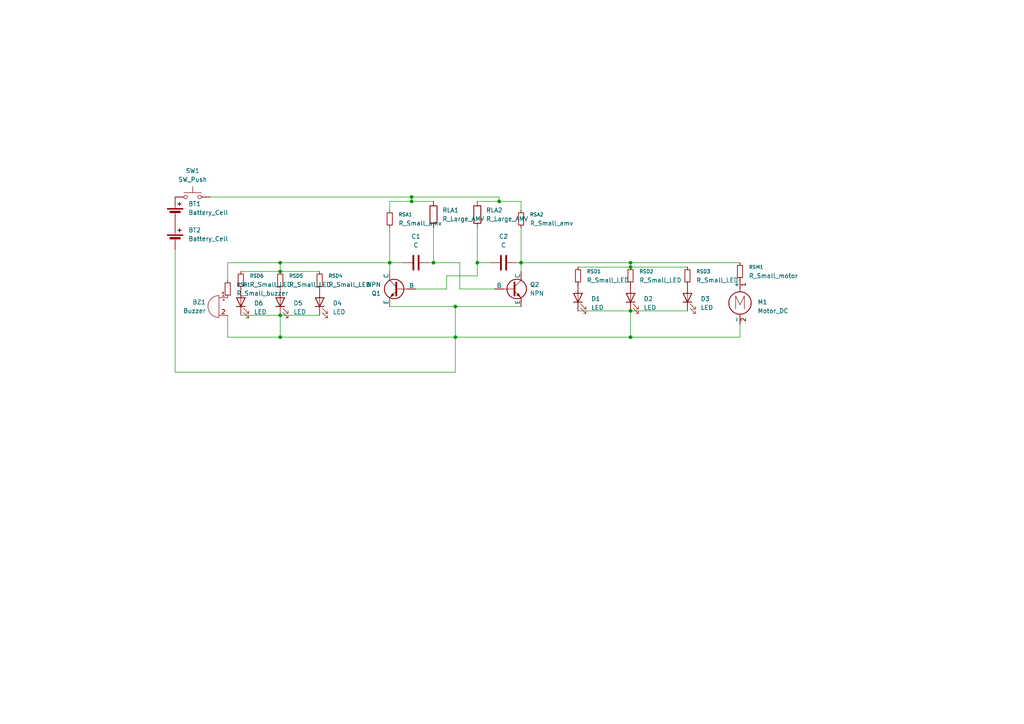
<source format=kicad_sch>
(kicad_sch (version 20250114) (generator "eeschema") (generator_version "9.0")
  (paper "A4")
  (lib_symbols
    (symbol "Device:Battery_Cell" (pin_numbers (hide yes)) (pin_names (offset 0) (hide yes))
      (property "Reference" "BT" (at 2.54 2.54 0))
      (property "Value" "Battery_Cell" (at 2.54 0 0))
      (symbol "Battery_Cell_0_1"
        (rectangle (start -2.286 1.778) (end 2.286 1.524) (fill (type outline)))
        (rectangle (start -1.524 1.016) (end 1.524 0.508) (fill (type outline)))
        (polyline (pts (xy 0 1.778) (xy 0 2.54)))
        (polyline (pts (xy 0 0.762) (xy 0 0)))
        (polyline (pts (xy 0.762 3.048) (xy 1.778 3.048)) (stroke (width 0.254)))
        (polyline (pts (xy 1.27 3.556) (xy 1.27 2.54)) (stroke (width 0.254)))
      )
      (symbol "Battery_Cell_1_1"
        (pin passive line (at 0 5.08 270) (length 2.54) (name "+") (number "1"))
        (pin passive line (at 0 -2.54 90) (length 2.54) (name "-") (number "2"))
      )
    )
    (symbol "Device:Buzzer" (pin_names (offset 0.0254) (hide yes))
      (property "Reference" "BZ" (at 3.81 1.27 0))
      (property "Value" "Buzzer" (at 3.81 -1.27 0))
      (symbol "Buzzer_0_1"
        (polyline (pts (xy -1.651 1.905) (xy -1.143 1.905)))
        (polyline (pts (xy -1.397 2.159) (xy -1.397 1.651)))
        (arc (start 0 3.175) (mid 3.1612 0) (end 0 -3.175))
        (polyline (pts (xy 0 3.175) (xy 0 -3.175)))
      )
      (symbol "Buzzer_1_1"
        (pin passive line (at -2.54 2.54 0) (length 2.54) (name "+") (number "1"))
        (pin passive line (at -2.54 -2.54 0) (length 2.54) (name "-") (number "2"))
      )
    )
    (symbol "Device:C" (pin_numbers (hide yes)) (pin_names (offset 0.254))
      (property "Reference" "C" (at 0.635 2.54 0))
      (property "Value" "C" (at 0.635 -2.54 0))
      (symbol "C_0_1"
        (polyline (pts (xy -2.032 0.762) (xy 2.032 0.762)) (stroke (width 0.508)))
        (polyline (pts (xy -2.032 -0.762) (xy 2.032 -0.762)) (stroke (width 0.508)))
      )
      (symbol "C_1_1"
        (pin passive line (at 0 3.81 270) (length 2.794) (name "~") (number "1"))
        (pin passive line (at 0 -3.81 90) (length 2.794) (name "~") (number "2"))
      )
    )
    (symbol "Device:LED" (pin_numbers (hide yes)) (pin_names (offset 1.016) (hide yes))
      (property "Reference" "D" (at 0 2.54 0))
      (property "Value" "LED" (at 0 -2.54 0))
      (symbol "LED_0_1"
        (polyline (pts (xy -3.048 -0.762) (xy -4.572 -2.286) (xy -3.81 -2.286) (xy -4.572 -2.286) (xy -4.572 -1.524)))
        (polyline (pts (xy -1.778 -0.762) (xy -3.302 -2.286) (xy -2.54 -2.286) (xy -3.302 -2.286) (xy -3.302 -1.524)))
        (polyline (pts (xy -1.27 0) (xy 1.27 0)))
        (polyline (pts (xy -1.27 -1.27) (xy -1.27 1.27)) (stroke (width 0.254)))
        (polyline (pts (xy 1.27 -1.27) (xy 1.27 1.27) (xy -1.27 0) (xy 1.27 -1.27)) (stroke (width 0.254)))
      )
      (symbol "LED_1_1"
        (pin passive line (at -3.81 0 0) (length 2.54) (name "K") (number "1"))
        (pin passive line (at 3.81 0 180) (length 2.54) (name "A") (number "2"))
      )
    )
    (symbol "Device:R" (pin_numbers (hide yes)) (pin_names (offset 0))
      (property "Reference" "R" (at 2.032 0 90))
      (property "Value" "R" (at 0 0 90))
      (symbol "R_0_1"
        (rectangle (start -1.016 -2.54) (end 1.016 2.54) (stroke (width 0.254)))
      )
      (symbol "R_1_1"
        (pin passive line (at 0 3.81 270) (length 1.27) (name "~") (number "1"))
        (pin passive line (at 0 -3.81 90) (length 1.27) (name "~") (number "2"))
      )
    )
    (symbol "Device:R_Small" (pin_numbers (hide yes)) (pin_names (offset 0.254) (hide yes))
      (property "Reference" "R" (at 0 0 90))
      (property "Value" "R_Small" (at 1.778 0 90))
      (symbol "R_Small_0_1"
        (rectangle (start -0.762 1.778) (end 0.762 -1.778) (stroke (width 0.2032)))
      )
      (symbol "R_Small_1_1"
        (pin passive line (at 0 2.54 270) (length 0.762) (name "~") (number "1"))
        (pin passive line (at 0 -2.54 90) (length 0.762) (name "~") (number "2"))
      )
    )
    (symbol "Motor:Motor_DC" (pin_names (offset 0))
      (property "Reference" "M" (at 2.54 2.54 0))
      (property "Value" "Motor_DC" (at 2.54 -5.08 0))
      (symbol "Motor_DC_0_0"
        (polyline (pts (xy -1.27 -3.302) (xy -1.27 0.508) (xy 0 -2.032) (xy 1.27 0.508) (xy 1.27 -3.302)))
      )
      (symbol "Motor_DC_0_1"
        (polyline (pts (xy 0 2.032) (xy 0 2.54)))
        (polyline (pts (xy 0 1.7272) (xy 0 2.0828)))
        (circle (center 0 -1.524) (radius 3.2512) (stroke (width 0.254)))
        (polyline (pts (xy 0 -4.7752) (xy 0 -5.1816)))
        (polyline (pts (xy 0 -7.62) (xy 0 -7.112)))
      )
      (symbol "Motor_DC_1_1"
        (pin passive line (at 0 5.08 270) (length 2.54) (name "+") (number "1"))
        (pin passive line (at 0 -7.62 90) (length 2.54) (name "-") (number "2"))
      )
    )
    (symbol "Simulation_SPICE:NPN" (pin_numbers (hide yes)) (pin_names (offset 0))
      (property "Reference" "Q" (at -2.54 7.62 0))
      (property "Value" "NPN" (at -2.54 5.08 0))
      (symbol "NPN_0_1"
        (polyline (pts (xy -2.54 0) (xy 0.635 0)) (stroke (width 0.1524)))
        (polyline (pts (xy 0.635 1.905) (xy 0.635 -1.905) (xy 0.635 -1.905)) (stroke (width 0.508)))
        (polyline (pts (xy 0.635 0.635) (xy 2.54 2.54)))
        (polyline (pts (xy 0.635 -0.635) (xy 2.54 -2.54) (xy 2.54 -2.54)))
        (circle (center 1.27 0) (radius 2.8194) (stroke (width 0.254)))
        (polyline (pts (xy 1.27 -1.778) (xy 1.778 -1.27) (xy 2.286 -2.286) (xy 1.27 -1.778) (xy 1.27 -1.778)) (fill (type outline)))
        (polyline (pts (xy 2.794 -1.27) (xy 2.794 -1.27)) (stroke (width 0.1524)))
        (polyline (pts (xy 2.794 -1.27) (xy 2.794 -1.27)) (stroke (width 0.1524)))
      )
      (symbol "NPN_1_1"
        (pin input line (at -5.08 0 0) (length 2.54) (name "B") (number "2"))
        (pin open_collector line (at 2.54 5.08 270) (length 2.54) (name "C") (number "1"))
        (pin open_emitter line (at 2.54 -5.08 90) (length 2.54) (name "E") (number "3"))
      )
    )
    (symbol "Switch:SW_Push" (pin_numbers (hide yes)) (pin_names (offset 1.016) (hide yes))
      (property "Reference" "SW" (at 1.27 2.54 0))
      (property "Value" "SW_Push" (at 0 -1.524 0))
      (symbol "SW_Push_0_1"
        (circle (center -2.032 0) (radius 0.508))
        (polyline (pts (xy 0 1.27) (xy 0 3.048)))
        (circle (center 2.032 0) (radius 0.508))
        (polyline (pts (xy 2.54 1.27) (xy -2.54 1.27)))
        (pin passive line (at -5.08 0 0) (length 2.54) (name "1") (number "1"))
        (pin passive line (at 5.08 0 180) (length 2.54) (name "2") (number "2"))
      )
    )
  )
  (junction (at 81.28 78.74))
  (junction (at 144.78 58.42))
  (junction (at 113.03 76.2))
  (junction (at 182.88 76.2))
  (junction (at 182.88 90.17))
  (junction (at 132.08 88.9))
  (junction (at 132.08 97.79))
  (junction (at 81.28 76.2))
  (junction (at 119.38 57.15))
  (junction (at 81.28 91.44))
  (junction (at 151.13 76.2))
  (junction (at 125.73 76.2))
  (junction (at 182.88 77.47))
  (junction (at 119.38 58.42))
  (junction (at 182.88 97.79))
  (junction (at 138.43 76.2))
  (junction (at 81.28 97.79))
  (wire (pts (xy 119.38 58.42) (xy 119.38 57.15)))
  (wire (pts (xy 66.04 76.2) (xy 81.28 76.2)))
  (wire (pts (xy 69.85 78.74) (xy 81.28 78.74)))
  (wire (pts (xy 113.03 58.42) (xy 119.38 58.42)))
  (wire (pts (xy 138.43 66.04) (xy 138.43 76.2)))
  (wire (pts (xy 182.88 76.2) (xy 151.13 76.2)))
  (wire (pts (xy 132.08 88.9) (xy 132.08 97.79)))
  (wire (pts (xy 113.03 66.04) (xy 113.03 76.2)))
  (wire (pts (xy 144.78 57.15) (xy 144.78 58.42)))
  (wire (pts (xy 113.03 88.9) (xy 132.08 88.9)))
  (wire (pts (xy 151.13 76.2) (xy 151.13 78.74)))
  (wire (pts (xy 50.8 107.95) (xy 50.8 72.39)))
  (wire (pts (xy 138.43 58.42) (xy 144.78 58.42)))
  (wire (pts (xy 81.28 76.2) (xy 113.03 76.2)))
  (wire (pts (xy 214.63 93.98) (xy 214.63 97.79)))
  (wire (pts (xy 151.13 58.42) (xy 151.13 60.96)))
  (wire (pts (xy 182.88 77.47) (xy 182.88 76.2)))
  (wire (pts (xy 60.96 57.15) (xy 119.38 57.15)))
  (wire (pts (xy 129.54 83.82) (xy 129.54 80.01)))
  (wire (pts (xy 182.88 76.2) (xy 214.63 76.2)))
  (wire (pts (xy 151.13 66.04) (xy 151.13 76.2)))
  (wire (pts (xy 144.78 58.42) (xy 151.13 58.42)))
  (wire (pts (xy 120.65 83.82) (xy 129.54 83.82)))
  (wire (pts (xy 129.54 80.01) (xy 138.43 80.01)))
  (wire (pts (xy 167.64 90.17) (xy 182.88 90.17)))
  (wire (pts (xy 81.28 91.44) (xy 92.71 91.44)))
  (wire (pts (xy 81.28 97.79) (xy 132.08 97.79)))
  (wire (pts (xy 182.88 97.79) (xy 182.88 90.17)))
  (wire (pts (xy 119.38 58.42) (xy 125.73 58.42)))
  (wire (pts (xy 81.28 78.74) (xy 92.71 78.74)))
  (wire (pts (xy 66.04 97.79) (xy 81.28 97.79)))
  (wire (pts (xy 81.28 91.44) (xy 81.28 97.79)))
  (wire (pts (xy 132.08 97.79) (xy 182.88 97.79)))
  (wire (pts (xy 125.73 66.04) (xy 125.73 76.2)))
  (wire (pts (xy 138.43 76.2) (xy 142.24 76.2)))
  (wire (pts (xy 113.03 76.2) (xy 116.84 76.2)))
  (wire (pts (xy 167.64 77.47) (xy 182.88 77.47)))
  (wire (pts (xy 125.73 76.2) (xy 124.46 76.2)))
  (wire (pts (xy 113.03 76.2) (xy 113.03 78.74)))
  (wire (pts (xy 151.13 76.2) (xy 149.86 76.2)))
  (wire (pts (xy 133.35 83.82) (xy 133.35 76.2)))
  (wire (pts (xy 81.28 78.74) (xy 81.28 76.2)))
  (wire (pts (xy 119.38 57.15) (xy 144.78 57.15)))
  (wire (pts (xy 69.85 91.44) (xy 81.28 91.44)))
  (wire (pts (xy 214.63 97.79) (xy 182.88 97.79)))
  (wire (pts (xy 132.08 88.9) (xy 151.13 88.9)))
  (wire (pts (xy 182.88 90.17) (xy 199.39 90.17)))
  (wire (pts (xy 66.04 91.44) (xy 66.04 97.79)))
  (wire (pts (xy 138.43 80.01) (xy 138.43 76.2)))
  (wire (pts (xy 132.08 97.79) (xy 132.08 107.95)))
  (wire (pts (xy 132.08 107.95) (xy 50.8 107.95)))
  (wire (pts (xy 66.04 81.28) (xy 66.04 76.2)))
  (wire (pts (xy 113.03 60.96) (xy 113.03 58.42)))
  (wire (pts (xy 143.51 83.82) (xy 133.35 83.82)))
  (wire (pts (xy 182.88 77.47) (xy 199.39 77.47)))
  (wire (pts (xy 133.35 76.2) (xy 125.73 76.2)))
  (symbol (lib_id "Device:LED") (at 167.64 86.36 90) (unit 1)
    (property "Reference" "D1" (at 171.45 86.6774 90) (effects (justify right)))
    (property "Value" "LED" (at 171.45 89.2174 90) (effects (justify right)))
    (property "Footprint" "LED_THT:LED_D5.0mm" (effects (hide yes)))
    (property "Description" "Light emitting diode" (effects (hide yes)))
    (property "Sim.Pins" "1=K 2=A" (effects (hide yes)))
  )
  (symbol (lib_id "Device:LED") (at 92.71 87.63 90) (unit 1)
    (property "Reference" "D4" (at 96.52 87.9474 90) (effects (justify right)))
    (property "Value" "LED" (at 96.52 90.4874 90) (effects (justify right)))
    (property "Footprint" "LED_THT:LED_D5.0mm" (effects (hide yes)))
    (property "Description" "Light emitting diode" (effects (hide yes)))
    (property "Sim.Pins" "1=K 2=A" (effects (hide yes)))
  )
  (symbol (lib_id "Motor:Motor_DC") (at 214.63 86.36 0) (unit 1)
    (property "Reference" "M1" (at 219.71 87.6299 0) (effects (justify left)))
    (property "Value" "Motor_DC" (at 219.71 90.1699 0) (effects (justify left)))
    (property "Footprint" "Connector_PinHeader_2.54mm:PinHeader_1x02_P2.54mm_Vertical" (effects (hide yes)))
    (property "Description" "DC Motor" (effects (hide yes)))
  )
  (symbol (lib_id "Device:LED") (at 182.88 86.36 90) (unit 1)
    (property "Reference" "D2" (at 186.69 86.6774 90) (effects (justify right)))
    (property "Value" "LED" (at 186.69 89.2174 90) (effects (justify right)))
    (property "Footprint" "LED_THT:LED_D5.0mm" (effects (hide yes)))
    (property "Description" "Light emitting diode" (effects (hide yes)))
    (property "Sim.Pins" "1=K 2=A" (effects (hide yes)))
  )
  (symbol (lib_id "Device:R_Small") (at 151.13 63.5 0) (unit 1)
    (property "Reference" "RSA2" (at 153.67 62.2299 0) (effects (font (size 1.016 1.016)) (justify left)))
    (property "Value" "R_Small_amv" (at 153.67 64.7699 0) (effects (justify left)))
    (property "Footprint" "Resistor_THT:R_Axial_DIN0207_L6.3mm_D2.5mm_P7.62mm_Horizontal" (effects (hide yes)))
    (property "Description" "Resistor, small symbol" (effects (hide yes)))
  )
  (symbol (lib_id "Device:R") (at 138.43 62.23 180) (unit 1)
    (property "Reference" "RLA2" (at 140.97 60.9599 0) (effects (justify right)))
    (property "Value" "R_Large_AMV" (at 140.97 63.4999 0) (effects (justify right)))
    (property "Footprint" "Resistor_THT:R_Axial_DIN0207_L6.3mm_D2.5mm_P7.62mm_Horizontal" (effects (hide yes)))
    (property "Description" "Resistor" (effects (hide yes)))
  )
  (symbol (lib_id "Device:R_Small") (at 182.88 80.01 0) (unit 1)
    (property "Reference" "RSD2" (at 185.42 78.7399 0) (effects (font (size 1.016 1.016)) (justify left)))
    (property "Value" "R_Small_LED" (at 185.42 81.2799 0) (effects (justify left)))
    (property "Footprint" "Resistor_THT:R_Axial_DIN0207_L6.3mm_D2.5mm_P7.62mm_Horizontal" (effects (hide yes)))
    (property "Description" "Resistor, small symbol" (effects (hide yes)))
  )
  (symbol (lib_id "Device:Battery_Cell") (at 50.8 69.85 0) (unit 1)
    (property "Reference" "BT2" (at 54.61 66.7384 0) (effects (justify left)))
    (property "Value" "Battery_Cell" (at 54.61 69.2784 0) (effects (justify left)))
    (property "Footprint" "Battery:BatteryHolder_Keystone_3034_1x20mm" (effects (hide yes)))
    (property "Description" "Single-cell battery" (effects (hide yes)))
  )
  (symbol (lib_id "Device:Buzzer") (at 63.5 88.9 0) (mirror y) (unit 1)
    (property "Reference" "BZ1" (at 59.69 87.6299 0) (effects (justify left)))
    (property "Value" "Buzzer" (at 59.69 90.1699 0) (effects (justify left)))
    (property "Footprint" "Buzzer_Beeper:MagneticBuzzer_ProSignal_ABI-009-RC" (effects (hide yes)))
    (property "Description" "Buzzer, polarized" (effects (hide yes)))
  )
  (symbol (lib_id "Device:C") (at 146.05 76.2 90) (unit 1)
    (property "Reference" "C2" (at 146.05 68.58 90))
    (property "Value" "C" (at 146.05 71.12 90))
    (property "Footprint" "Capacitor_THT:CP_Radial_D8.0mm_P5.00mm" (effects (hide yes)))
    (property "Description" "Unpolarized capacitor" (effects (hide yes)))
  )
  (symbol (lib_id "Device:Battery_Cell") (at 50.8 62.23 0) (unit 1)
    (property "Reference" "BT1" (at 54.61 59.1184 0) (effects (justify left)))
    (property "Value" "Battery_Cell" (at 54.61 61.6584 0) (effects (justify left)))
    (property "Footprint" "Battery:BatteryHolder_Keystone_3034_1x20mm" (effects (hide yes)))
    (property "Description" "Single-cell battery" (effects (hide yes)))
  )
  (symbol (lib_id "Simulation_SPICE:NPN") (at 115.57 83.82 0) (mirror y) (unit 1)
    (property "Reference" "Q1" (at 110.49 85.0901 0) (effects (justify left)))
    (property "Value" "NPN" (at 110.49 82.5501 0) (effects (justify left)))
    (property "Footprint" "Package_TO_SOT_THT:TO-92L_HandSolder" (effects (hide yes)))
    (property "Datasheet" "https://ngspice.sourceforge.io/docs/ngspice-html-manual/manual.xhtml#cha_BJTs" (effects (hide yes)))
    (property "Description" "Bipolar transistor symbol for simulation only, substrate tied to the emitter" (effects (hide yes)))
    (property "Sim.Device" "NPN" (effects (hide yes)))
    (property "Sim.Type" "GUMMELPOON" (effects (hide yes)))
    (property "Sim.Pins" "1=C 2=B 3=E" (effects (hide yes)))
  )
  (symbol (lib_id "Device:R_Small") (at 199.39 80.01 0) (unit 1)
    (property "Reference" "RSD3" (at 201.93 78.7399 0) (effects (font (size 1.016 1.016)) (justify left)))
    (property "Value" "R_Small_LED" (at 201.93 81.2799 0) (effects (justify left)))
    (property "Footprint" "Resistor_THT:R_Axial_DIN0207_L6.3mm_D2.5mm_P7.62mm_Horizontal" (effects (hide yes)))
    (property "Description" "Resistor, small symbol" (effects (hide yes)))
  )
  (symbol (lib_id "Device:R_Small") (at 214.63 78.74 0) (unit 1)
    (property "Reference" "RSM1" (at 217.17 77.4699 0) (effects (font (size 1.016 1.016)) (justify left)))
    (property "Value" "R_Small_motor" (at 217.17 80.0099 0) (effects (justify left)))
    (property "Footprint" "Resistor_THT:R_Axial_DIN0207_L6.3mm_D2.5mm_P7.62mm_Horizontal" (effects (hide yes)))
    (property "Description" "Resistor, small symbol" (effects (hide yes)))
  )
  (symbol (lib_id "Device:R") (at 125.73 62.23 180) (unit 1)
    (property "Reference" "RLA1" (at 128.27 60.9599 0) (effects (justify right)))
    (property "Value" "R_Large_AMV" (at 128.27 63.4999 0) (effects (justify right)))
    (property "Footprint" "Resistor_THT:R_Axial_DIN0207_L6.3mm_D2.5mm_P7.62mm_Horizontal" (effects (hide yes)))
    (property "Description" "Resistor" (effects (hide yes)))
  )
  (symbol (lib_id "Device:R_Small") (at 113.03 63.5 0) (unit 1)
    (property "Reference" "RSA1" (at 115.57 62.2299 0) (effects (font (size 1.016 1.016)) (justify left)))
    (property "Value" "R_Small_amv" (at 115.57 64.7699 0) (effects (justify left)))
    (property "Footprint" "Resistor_THT:R_Axial_DIN0207_L6.3mm_D2.5mm_P7.62mm_Horizontal" (effects (hide yes)))
    (property "Description" "Resistor, small symbol" (effects (hide yes)))
  )
  (symbol (lib_id "Device:R_Small") (at 81.28 81.28 0) (unit 1)
    (property "Reference" "RSD5" (at 83.82 80.0099 0) (effects (font (size 1.016 1.016)) (justify left)))
    (property "Value" "R_Small_LED" (at 83.82 82.5499 0) (effects (justify left)))
    (property "Footprint" "Resistor_THT:R_Axial_DIN0207_L6.3mm_D2.5mm_P7.62mm_Horizontal" (effects (hide yes)))
    (property "Description" "Resistor, small symbol" (effects (hide yes)))
  )
  (symbol (lib_id "Device:R_Small") (at 66.04 83.82 0) (unit 1)
    (property "Reference" "RSB1" (at 68.58 82.5499 0) (effects (font (size 1.016 1.016)) (justify left)))
    (property "Value" "R_Small_buzzer" (at 68.58 85.0899 0) (effects (justify left)))
    (property "Footprint" "Resistor_THT:R_Axial_DIN0207_L6.3mm_D2.5mm_P7.62mm_Horizontal" (effects (hide yes)))
    (property "Description" "Resistor, small symbol" (effects (hide yes)))
  )
  (symbol (lib_id "Device:R_Small") (at 92.71 81.28 0) (unit 1)
    (property "Reference" "RSD4" (at 95.25 80.0099 0) (effects (font (size 1.016 1.016)) (justify left)))
    (property "Value" "R_Small_LED" (at 95.25 82.5499 0) (effects (justify left)))
    (property "Footprint" "Resistor_THT:R_Axial_DIN0207_L6.3mm_D2.5mm_P7.62mm_Horizontal" (effects (hide yes)))
    (property "Description" "Resistor, small symbol" (effects (hide yes)))
  )
  (symbol (lib_id "Device:LED") (at 69.85 87.63 90) (unit 1)
    (property "Reference" "D6" (at 73.66 87.9474 90) (effects (justify right)))
    (property "Value" "LED" (at 73.66 90.4874 90) (effects (justify right)))
    (property "Footprint" "LED_THT:LED_D5.0mm" (effects (hide yes)))
    (property "Description" "Light emitting diode" (effects (hide yes)))
    (property "Sim.Pins" "1=K 2=A" (effects (hide yes)))
  )
  (symbol (lib_id "Device:R_Small") (at 69.85 81.28 0) (unit 1)
    (property "Reference" "RSD6" (at 72.39 80.0099 0) (effects (font (size 1.016 1.016)) (justify left)))
    (property "Value" "R_Small_LED" (at 72.39 82.5499 0) (effects (justify left)))
    (property "Footprint" "Resistor_THT:R_Axial_DIN0207_L6.3mm_D2.5mm_P7.62mm_Horizontal" (effects (hide yes)))
    (property "Description" "Resistor, small symbol" (effects (hide yes)))
  )
  (symbol (lib_id "Device:R_Small") (at 167.64 80.01 0) (unit 1)
    (property "Reference" "RSD1" (at 170.18 78.7399 0) (effects (font (size 1.016 1.016)) (justify left)))
    (property "Value" "R_Small_LED" (at 170.18 81.2799 0) (effects (justify left)))
    (property "Footprint" "Resistor_THT:R_Axial_DIN0207_L6.3mm_D2.5mm_P7.62mm_Horizontal" (effects (hide yes)))
    (property "Description" "Resistor, small symbol" (effects (hide yes)))
  )
  (symbol (lib_id "Switch:SW_Push") (at 55.88 57.15 0) (unit 1)
    (property "Reference" "SW1" (at 55.88 49.53 0))
    (property "Value" "SW_Push" (at 55.88 52.07 0))
    (property "Footprint" "Button_Switch_THT:SW_PUSH_6mm" (effects (hide yes)))
    (property "Description" "Push button switch, generic, two pins" (effects (hide yes)))
  )
  (symbol (lib_id "Device:C") (at 120.65 76.2 90) (unit 1)
    (property "Reference" "C1" (at 120.65 68.58 90))
    (property "Value" "C" (at 120.65 71.12 90))
    (property "Footprint" "Capacitor_THT:CP_Radial_D8.0mm_P5.00mm" (effects (hide yes)))
    (property "Description" "Unpolarized capacitor" (effects (hide yes)))
  )
  (symbol (lib_id "Simulation_SPICE:NPN") (at 148.59 83.82 0) (unit 1)
    (property "Reference" "Q2" (at 153.67 82.5499 0) (effects (justify left)))
    (property "Value" "NPN" (at 153.67 85.0899 0) (effects (justify left)))
    (property "Footprint" "Package_TO_SOT_THT:TO-92L_HandSolder" (effects (hide yes)))
    (property "Datasheet" "https://ngspice.sourceforge.io/docs/ngspice-html-manual/manual.xhtml#cha_BJTs" (effects (hide yes)))
    (property "Description" "Bipolar transistor symbol for simulation only, substrate tied to the emitter" (effects (hide yes)))
    (property "Sim.Device" "NPN" (effects (hide yes)))
    (property "Sim.Type" "GUMMELPOON" (effects (hide yes)))
    (property "Sim.Pins" "1=C 2=B 3=E" (effects (hide yes)))
  )
  (symbol (lib_id "Device:LED") (at 81.28 87.63 90) (unit 1)
    (property "Reference" "D5" (at 85.09 87.9474 90) (effects (justify right)))
    (property "Value" "LED" (at 85.09 90.4874 90) (effects (justify right)))
    (property "Footprint" "LED_THT:LED_D5.0mm" (effects (hide yes)))
    (property "Description" "Light emitting diode" (effects (hide yes)))
    (property "Sim.Pins" "1=K 2=A" (effects (hide yes)))
  )
  (symbol (lib_id "Device:LED") (at 199.39 86.36 90) (unit 1)
    (property "Reference" "D3" (at 203.2 86.6774 90) (effects (justify right)))
    (property "Value" "LED" (at 203.2 89.2174 90) (effects (justify right)))
    (property "Footprint" "LED_THT:LED_D5.0mm" (effects (hide yes)))
    (property "Description" "Light emitting diode" (effects (hide yes)))
    (property "Sim.Pins" "1=K 2=A" (effects (hide yes)))
  )
)
</source>
